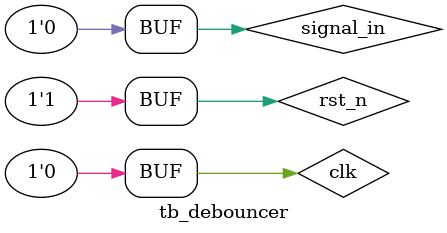
<source format=v>
`timescale 10ps/1ps

module tb_debouncer();

    reg clk, rst_n, signal_in;
    wire debouned_signal;

    debouncer #(
        .LATENCY(3)
    ) dut (
        .clk(clk),
        .rst_n(rst_n),
        .signal_in(signal_in),
        .debouned_signal(debouned_signal)
    );

    initial begin
        clk = 0;
        repeat(200) #10 clk = ~clk;
    end

    initial begin
        rst_n = 1;
        #10 rst_n = 0;
	    #20 rst_n = 1;
    end

    initial begin
        #50 signal_in = 0;
        #5 signal_in = 1;
        #5 signal_in = 0;
        #20 signal_in = 1;
        #10 signal_in = 0;
        #300 signal_in = 1;
        #5 signal_in = 0;
        #5 signal_in = 1;
        #5 signal_in = 0;
        #10 signal_in = 1;
        #5 signal_in = 0;
        #10 signal_in = 1;
        #5 signal_in = 0;
        #5 signal_in = 1;
        #40 signal_in = 0;
        #5 signal_in = 1;
        #300 signal_in = 0;
        #10 signal_in = 1;
        #5 signal_in = 0;
        #10 signal_in = 1;
        #5 signal_in = 0;
        #300 signal_in = 1;
        #20 signal_in = 0;
        #20 signal_in = 1;
        #20 signal_in = 0;
        #200;
    end

endmodule
</source>
